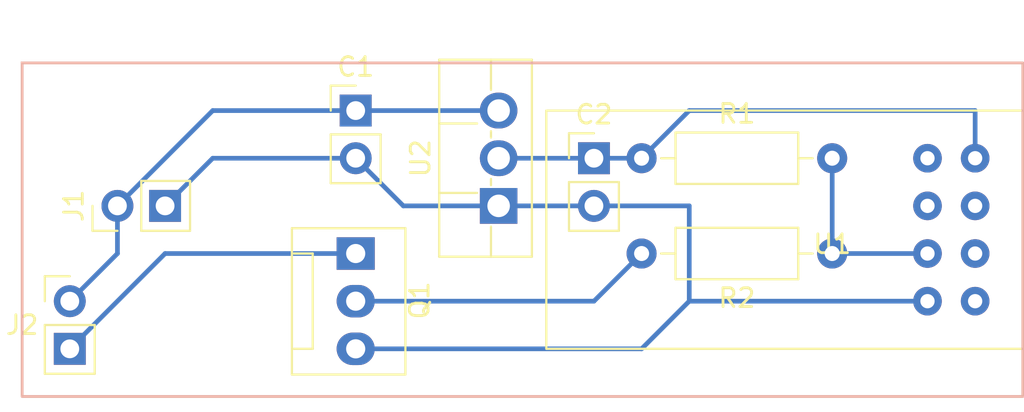
<source format=kicad_pcb>
(kicad_pcb (version 20211014) (generator pcbnew)
  (layers (0 "F.Cu" signal) (31 "B.Cu" signal) (34 "B.Paste" user) (35 "F.Paste" user) (36 "B.SilkS" user "B.Silkscreen") (37 "F.SilkS" user "F.Silkscreen") (38 "B.Mask" user) (39 "F.Mask" user) (44 "Edge.Cuts" user))
  (net 0 "")
  (net 1 "+12V")
  (net 2 "GND")
  (net 3 "+3V3")
  (net 4 "Net-(J2-Pad2)")
  (net 5 "Net-(Q1-Pad2)")
  (net 6 "Net-(R1-Pad2)")
  (footprint "Connector:FanPinHeader_1x03_P2.54mm_Vertical" (layer "F.Cu") (at 93.98 96.52 -90)
    (fp_text reference "Q1" (at 2.5 -3.4 90) (layer "F.SilkS"))
    (fp_text value "BC337")
    (fp_line (start -1.35 3.4) (end -1.35 -2.65) (layer "F.SilkS") (width 0.12))
    (fp_line (start 5.08 2.29) (end 5.08 3.3) (layer "F.SilkS") (width 0.12))
    (fp_line (start 0 3.3) (end 0 2.29) (layer "F.SilkS") (width 0.12))
    (fp_line (start 0 2.29) (end 5.08 2.29) (layer "F.SilkS") (width 0.12))
    (fp_line (start 6.45 -2.65) (end 6.45 3.4) (layer "F.SilkS") (width 0.12))
    (fp_line (start 6.45 3.4) (end -1.35 3.4) (layer "F.SilkS") (width 0.12))
    (fp_line (start -1.35 -2.65) (end 6.45 -2.65) (layer "F.SilkS") (width 0.12))
    (pad "1" thru_hole rect (at 0 0) (size 2.03 1.73) (drill 1.02) (layers *.Cu *.Mask) (net 4 "Net-(J2-Pad2)"))
    (pad "2" thru_hole oval (at 2.54 0) (size 2.03 1.73) (drill 1.02) (layers *.Cu *.Mask) (net 5 "Net-(Q1-Pad2)"))
    (pad "3" thru_hole oval (at 5.08 0) (size 2.03 1.73) (drill 1.02) (layers *.Cu *.Mask) (net 2 "GND"))
  )
  (footprint "Connector_PinHeader_2.54mm:PinHeader_1x02_P2.54mm_Vertical" (layer "F.Cu") (at 93.98 88.9)
    (fp_text reference "C1" (at 0 -2.33) (layer "F.SilkS"))
    (fp_text value "100nF")
    (fp_line (start 1.33 1.27) (end 1.33 3.87) (layer "F.SilkS") (width 0.12))
    (fp_line (start -1.33 1.27) (end 1.33 1.27) (layer "F.SilkS") (width 0.12))
    (fp_line (start -1.33 1.27) (end -1.33 3.87) (layer "F.SilkS") (width 0.12))
    (fp_line (start -1.33 3.87) (end 1.33 3.87) (layer "F.SilkS") (width 0.12))
    (fp_line (start -1.33 0) (end -1.33 -1.33) (layer "F.SilkS") (width 0.12))
    (fp_line (start -1.33 -1.33) (end 0 -1.33) (layer "F.SilkS") (width 0.12))
    (pad "1" thru_hole rect (at 0 0) (size 1.7 1.7) (drill 1) (layers *.Cu *.Mask) (net 1 "+12V"))
    (pad "2" thru_hole oval (at 0 2.54) (size 1.7 1.7) (drill 1) (layers *.Cu *.Mask) (net 2 "GND"))
  )
  (footprint "Package_TO_SOT_THT:TO-220F-3_Vertical" (layer "F.Cu") (at 101.6 93.98 90)
    (fp_text reference "U2" (at 2.54 -4.1675 90) (layer "F.SilkS"))
    (fp_text value "LD1117S33TR_SOT223")
    (fp_line (start 6.183 -0.408) (end 7.79 -0.408) (layer "F.SilkS") (width 0.12))
    (fp_line (start -2.71 -3.168) (end -2.71 1.773) (layer "F.SilkS") (width 0.12))
    (fp_line (start 0.69 -3.168) (end 0.69 -1.15) (layer "F.SilkS") (width 0.12))
    (fp_line (start -2.71 -3.168) (end 7.79 -3.168) (layer "F.SilkS") (width 0.12))
    (fp_line (start 4.391 -3.168) (end 4.391 -1.15) (layer "F.SilkS") (width 0.12))
    (fp_line (start 7.79 -3.168) (end 7.79 1.773) (layer "F.SilkS") (width 0.12))
    (fp_line (start 1.103 -0.408) (end 1.438 -0.408) (layer "F.SilkS") (width 0.12))
    (fp_line (start -2.71 1.773) (end 7.79 1.773) (layer "F.SilkS") (width 0.12))
    (fp_line (start -2.71 -0.408) (end -1.103 -0.408) (layer "F.SilkS") (width 0.12))
    (fp_line (start 3.643 -0.408) (end 3.978 -0.408) (layer "F.SilkS") (width 0.12))
    (pad "1" thru_hole rect (at 0 0 90) (size 1.905 2) (drill 1.2) (layers *.Cu *.Mask) (net 2 "GND"))
    (pad "2" thru_hole oval (at 2.54 0 90) (size 1.905 2) (drill 1.2) (layers *.Cu *.Mask) (net 3 "+3V3"))
    (pad "3" thru_hole oval (at 5.08 0 90) (size 1.905 2) (drill 1.2) (layers *.Cu *.Mask) (net 1 "+12V"))
  )
  (footprint "Resistor_THT:R_Axial_DIN0207_L6.3mm_D2.5mm_P10.16mm_Horizontal" (layer "F.Cu") (at 109.22 91.44)
    (fp_text reference "R1" (at 5.08 -2.37) (layer "F.SilkS"))
    (fp_text value "10K")
    (fp_line (start 1.81 1.37) (end 8.35 1.37) (layer "F.SilkS") (width 0.12))
    (fp_line (start 8.35 -1.37) (end 1.81 -1.37) (layer "F.SilkS") (width 0.12))
    (fp_line (start 1.81 -1.37) (end 1.81 1.37) (layer "F.SilkS") (width 0.12))
    (fp_line (start 1.04 0) (end 1.81 0) (layer "F.SilkS") (width 0.12))
    (fp_line (start 9.12 0) (end 8.35 0) (layer "F.SilkS") (width 0.12))
    (fp_line (start 8.35 1.37) (end 8.35 -1.37) (layer "F.SilkS") (width 0.12))
    (pad "1" thru_hole circle (at 0 0) (size 1.6 1.6) (drill 0.8) (layers *.Cu *.Mask) (net 3 "+3V3"))
    (pad "2" thru_hole oval (at 10.16 0) (size 1.6 1.6) (drill 0.8) (layers *.Cu *.Mask) (net 6 "Net-(R1-Pad2)"))
  )
  (footprint "robert-mcu-stuff:ESP_01S" (layer "F.Cu") (at 119.38 96.52)
    (fp_text reference "U1" (at 0 -0.5 unlocked) (layer "F.SilkS"))
    (fp_text value "ESP-01S")
    (fp_rect (start 10.16 -7.62) (end -15.24 5.08) (layer "F.SilkS") (width 0.12) (fill none))
    (pad "1" thru_hole circle (at 5.08 2.54) (size 1.524 1.524) (drill 0.762) (layers *.Cu *.Mask) (net 2 "GND"))
    (pad "2" thru_hole circle (at 7.62 2.54) (size 1.524 1.524) (drill 0.762) (layers *.Cu *.Mask))
    (pad "3" thru_hole circle (at 5.08 0) (size 1.524 1.524) (drill 0.762) (layers *.Cu *.Mask) (net 6 "Net-(R1-Pad2)"))
    (pad "4" thru_hole circle (at 7.62 0) (size 1.524 1.524) (drill 0.762) (layers *.Cu *.Mask))
    (pad "5" thru_hole circle (at 5.08 -2.54) (size 1.524 1.524) (drill 0.762) (layers *.Cu *.Mask))
    (pad "6" thru_hole circle (at 7.62 -2.54) (size 1.524 1.524) (drill 0.762) (layers *.Cu *.Mask))
    (pad "7" thru_hole circle (at 5.08 -5.08) (size 1.524 1.524) (drill 0.762) (layers *.Cu *.Mask))
    (pad "8" thru_hole circle (at 7.62 -5.08) (size 1.524 1.524) (drill 0.762) (layers *.Cu *.Mask) (net 3 "+3V3"))
  )
  (footprint "Connector_PinHeader_2.54mm:PinHeader_1x02_P2.54mm_Vertical" (layer "F.Cu") (at 106.68 91.44)
    (fp_text reference "C2" (at 0 -2.33) (layer "F.SilkS"))
    (fp_text value "22µF")
    (fp_line (start -1.33 -1.33) (end 0 -1.33) (layer "F.SilkS") (width 0.12))
    (fp_line (start -1.33 3.87) (end 1.33 3.87) (layer "F.SilkS") (width 0.12))
    (fp_line (start 1.33 1.27) (end 1.33 3.87) (layer "F.SilkS") (width 0.12))
    (fp_line (start -1.33 0) (end -1.33 -1.33) (layer "F.SilkS") (width 0.12))
    (fp_line (start -1.33 1.27) (end 1.33 1.27) (layer "F.SilkS") (width 0.12))
    (fp_line (start -1.33 1.27) (end -1.33 3.87) (layer "F.SilkS") (width 0.12))
    (pad "1" thru_hole rect (at 0 0) (size 1.7 1.7) (drill 1) (layers *.Cu *.Mask) (net 3 "+3V3"))
    (pad "2" thru_hole oval (at 0 2.54) (size 1.7 1.7) (drill 1) (layers *.Cu *.Mask) (net 2 "GND"))
  )
  (footprint "Resistor_THT:R_Axial_DIN0207_L6.3mm_D2.5mm_P10.16mm_Horizontal" (layer "F.Cu") (at 119.38 96.52 180)
    (fp_text reference "R2" (at 5.08 -2.37) (layer "F.SilkS"))
    (fp_text value "2K2")
    (fp_line (start 9.12 0) (end 8.35 0) (layer "F.SilkS") (width 0.12))
    (fp_line (start 1.81 -1.37) (end 1.81 1.37) (layer "F.SilkS") (width 0.12))
    (fp_line (start 8.35 1.37) (end 8.35 -1.37) (layer "F.SilkS") (width 0.12))
    (fp_line (start 1.81 1.37) (end 8.35 1.37) (layer "F.SilkS") (width 0.12))
    (fp_line (start 8.35 -1.37) (end 1.81 -1.37) (layer "F.SilkS") (width 0.12))
    (fp_line (start 1.04 0) (end 1.81 0) (layer "F.SilkS") (width 0.12))
    (pad "1" thru_hole circle (at 0 0 180) (size 1.6 1.6) (drill 0.8) (layers *.Cu *.Mask) (net 6 "Net-(R1-Pad2)"))
    (pad "2" thru_hole oval (at 10.16 0 180) (size 1.6 1.6) (drill 0.8) (layers *.Cu *.Mask) (net 5 "Net-(Q1-Pad2)"))
  )
  (footprint "Connector_PinHeader_2.54mm:PinHeader_1x02_P2.54mm_Vertical" (layer "F.Cu") (at 78.74 99.06)
    (fp_text reference "J2" (at -2.54 1.27) (layer "F.SilkS"))
    (fp_text value "Conn_LED")
    (fp_line (start 1.33 1.27) (end 1.33 3.87) (layer "F.SilkS") (width 0.12))
    (fp_line (start -1.33 -1.33) (end 0 -1.33) (layer "F.SilkS") (width 0.12))
    (fp_line (start -1.33 1.27) (end 1.33 1.27) (layer "F.SilkS") (width 0.12))
    (fp_line (start -1.33 1.27) (end -1.33 3.87) (layer "F.SilkS") (width 0.12))
    (fp_line (start -1.33 3.87) (end 1.33 3.87) (layer "F.SilkS") (width 0.12))
    (fp_line (start -1.33 0) (end -1.33 -1.33) (layer "F.SilkS") (width 0.12))
    (pad "1" thru_hole circle (at 0 0) (size 1.7 1.7) (drill 1) (layers *.Cu *.Mask) (net 1 "+12V"))
    (pad "2" thru_hole rect (at 0 2.54) (size 1.7 1.7) (drill 1) (layers *.Cu *.Mask) (net 4 "Net-(J2-Pad2)"))
  )
  (footprint "Connector_PinHeader_2.54mm:PinHeader_1x02_P2.54mm_Vertical" (layer "F.Cu") (at 81.28 93.98 90)
    (fp_text reference "J1" (at 0 -2.33 90) (layer "F.SilkS"))
    (fp_text value "PowerSupply")
    (fp_line (start -1.33 3.87) (end 1.33 3.87) (layer "F.SilkS") (width 0.12))
    (fp_line (start -1.33 0) (end -1.33 -1.33) (layer "F.SilkS") (width 0.12))
    (fp_line (start -1.33 1.27) (end 1.33 1.27) (layer "F.SilkS") (width 0.12))
    (fp_line (start 1.33 1.27) (end 1.33 3.87) (layer "F.SilkS") (width 0.12))
    (fp_line (start -1.33 -1.33) (end 0 -1.33) (layer "F.SilkS") (width 0.12))
    (fp_line (start -1.33 1.27) (end -1.33 3.87) (layer "F.SilkS") (width 0.12))
    (pad "1" thru_hole circle (at 0 0 90) (size 1.7 1.7) (drill 1) (layers *.Cu *.Mask) (net 1 "+12V"))
    (pad "2" thru_hole rect (at 0 2.54 90) (size 1.7 1.7) (drill 1) (layers *.Cu *.Mask) (net 2 "GND"))
  )
  (gr_rect (start 129.54 104.14) (end 76.2 86.36) (layer "B.SilkS") (width 0.15) (fill none))
  (segment (start 101.6 88.9) (end 86.36 88.9) (width 0.25) (layer "B.Cu") (net 1))
  (segment (start 81.28 96.52) (end 81.28 93.98) (width 0.25) (layer "B.Cu") (net 1))
  (segment (start 78.74 99.06) (end 81.28 96.52) (width 0.25) (layer "B.Cu") (net 1))
  (segment (start 86.36 88.9) (end 81.28 93.98) (width 0.25) (layer "B.Cu") (net 1))
  (segment (start 109.22 101.6) (end 111.76 99.06) (width 0.25) (layer "B.Cu") (net 2))
  (segment (start 111.76 99.06) (end 111.76 93.98) (width 0.25) (layer "B.Cu") (net 2))
  (segment (start 96.52 93.98) (end 106.68 93.98) (width 0.25) (layer "B.Cu") (net 2))
  (segment (start 93.98 91.44) (end 96.52 93.98) (width 0.25) (layer "B.Cu") (net 2))
  (segment (start 106.68 93.98) (end 111.76 93.98) (width 0.25) (layer "B.Cu") (net 2))
  (segment (start 86.36 91.44) (end 93.98 91.44) (width 0.25) (layer "B.Cu") (net 2))
  (segment (start 83.82 93.98) (end 86.36 91.44) (width 0.25) (layer "B.Cu") (net 2))
  (segment (start 111.76 99.06) (end 124.46 99.06) (width 0.25) (layer "B.Cu") (net 2))
  (segment (start 109.22 101.6) (end 93.98 101.6) (width 0.25) (layer "B.Cu") (net 2))
  (segment (start 127 88.9) (end 127 91.44) (width 0.25) (layer "B.Cu") (net 3))
  (segment (start 111.76 88.9) (end 127 88.9) (width 0.25) (layer "B.Cu") (net 3))
  (segment (start 109.22 91.44) (end 111.76 88.9) (width 0.25) (layer "B.Cu") (net 3))
  (segment (start 106.68 91.44) (end 101.6 91.44) (width 0.25) (layer "B.Cu") (net 3))
  (segment (start 109.22 91.44) (end 106.68 91.44) (width 0.25) (layer "B.Cu") (net 3))
  (segment (start 78.74 101.6) (end 83.82 96.52) (width 0.25) (layer "B.Cu") (net 4))
  (segment (start 83.82 96.52) (end 93.98 96.52) (width 0.25) (layer "B.Cu") (net 4))
  (segment (start 106.68 99.06) (end 109.22 96.52) (width 0.25) (layer "B.Cu") (net 5))
  (segment (start 93.98 99.06) (end 106.68 99.06) (width 0.25) (layer "B.Cu") (net 5))
  (segment (start 119.38 96.52) (end 124.46 96.52) (width 0.25) (layer "B.Cu") (net 6))
  (segment (start 119.38 91.44) (end 119.38 96.52) (width 0.25) (layer "B.Cu") (net 6))
)
</source>
